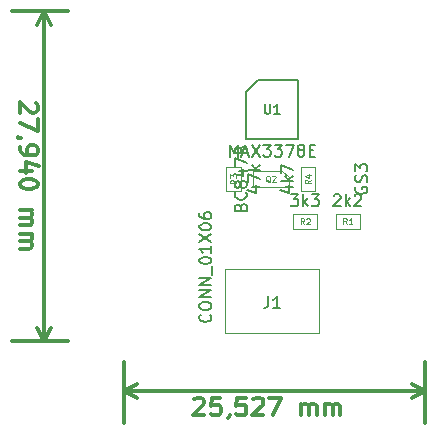
<source format=gbr>
G04 #@! TF.FileFunction,Other,Fab,Top*
%FSLAX46Y46*%
G04 Gerber Fmt 4.6, Leading zero omitted, Abs format (unit mm)*
G04 Created by KiCad (PCBNEW 4.0.6) date 12/07/19 11:03:23*
%MOMM*%
%LPD*%
G01*
G04 APERTURE LIST*
%ADD10C,0.100000*%
%ADD11C,0.300000*%
%ADD12C,0.150000*%
%ADD13C,0.075000*%
G04 APERTURE END LIST*
D10*
D11*
X131433971Y-70493715D02*
X131505400Y-70565144D01*
X131576829Y-70708001D01*
X131576829Y-71065144D01*
X131505400Y-71208001D01*
X131433971Y-71279430D01*
X131291114Y-71350858D01*
X131148257Y-71350858D01*
X130933971Y-71279430D01*
X130076829Y-70422287D01*
X130076829Y-71350858D01*
X131576829Y-71850858D02*
X131576829Y-72850858D01*
X130076829Y-72208001D01*
X130148257Y-73493714D02*
X130076829Y-73493714D01*
X129933971Y-73422286D01*
X129862543Y-73350857D01*
X130076829Y-74208000D02*
X130076829Y-74493715D01*
X130148257Y-74636572D01*
X130219686Y-74708000D01*
X130433971Y-74850858D01*
X130719686Y-74922286D01*
X131291114Y-74922286D01*
X131433971Y-74850858D01*
X131505400Y-74779429D01*
X131576829Y-74636572D01*
X131576829Y-74350858D01*
X131505400Y-74208000D01*
X131433971Y-74136572D01*
X131291114Y-74065143D01*
X130933971Y-74065143D01*
X130791114Y-74136572D01*
X130719686Y-74208000D01*
X130648257Y-74350858D01*
X130648257Y-74636572D01*
X130719686Y-74779429D01*
X130791114Y-74850858D01*
X130933971Y-74922286D01*
X131076829Y-76208000D02*
X130076829Y-76208000D01*
X131648257Y-75850857D02*
X130576829Y-75493714D01*
X130576829Y-76422286D01*
X131576829Y-77279428D02*
X131576829Y-77422285D01*
X131505400Y-77565142D01*
X131433971Y-77636571D01*
X131291114Y-77708000D01*
X131005400Y-77779428D01*
X130648257Y-77779428D01*
X130362543Y-77708000D01*
X130219686Y-77636571D01*
X130148257Y-77565142D01*
X130076829Y-77422285D01*
X130076829Y-77279428D01*
X130148257Y-77136571D01*
X130219686Y-77065142D01*
X130362543Y-76993714D01*
X130648257Y-76922285D01*
X131005400Y-76922285D01*
X131291114Y-76993714D01*
X131433971Y-77065142D01*
X131505400Y-77136571D01*
X131576829Y-77279428D01*
X130076829Y-79565142D02*
X131076829Y-79565142D01*
X130933971Y-79565142D02*
X131005400Y-79636570D01*
X131076829Y-79779428D01*
X131076829Y-79993713D01*
X131005400Y-80136570D01*
X130862543Y-80207999D01*
X130076829Y-80207999D01*
X130862543Y-80207999D02*
X131005400Y-80279428D01*
X131076829Y-80422285D01*
X131076829Y-80636570D01*
X131005400Y-80779428D01*
X130862543Y-80850856D01*
X130076829Y-80850856D01*
X130076829Y-81565142D02*
X131076829Y-81565142D01*
X130933971Y-81565142D02*
X131005400Y-81636570D01*
X131076829Y-81779428D01*
X131076829Y-81993713D01*
X131005400Y-82136570D01*
X130862543Y-82207999D01*
X130076829Y-82207999D01*
X130862543Y-82207999D02*
X131005400Y-82279428D01*
X131076829Y-82422285D01*
X131076829Y-82636570D01*
X131005400Y-82779428D01*
X130862543Y-82850856D01*
X130076829Y-82850856D01*
X132105400Y-62738000D02*
X132105400Y-90678000D01*
X134137400Y-62738000D02*
X129405400Y-62738000D01*
X134137400Y-90678000D02*
X129405400Y-90678000D01*
X132105400Y-90678000D02*
X131518979Y-89551496D01*
X132105400Y-90678000D02*
X132691821Y-89551496D01*
X132105400Y-62738000D02*
X131518979Y-63864504D01*
X132105400Y-62738000D02*
X132691821Y-63864504D01*
X144814115Y-95587429D02*
X144885544Y-95516000D01*
X145028401Y-95444571D01*
X145385544Y-95444571D01*
X145528401Y-95516000D01*
X145599830Y-95587429D01*
X145671258Y-95730286D01*
X145671258Y-95873143D01*
X145599830Y-96087429D01*
X144742687Y-96944571D01*
X145671258Y-96944571D01*
X147028401Y-95444571D02*
X146314115Y-95444571D01*
X146242686Y-96158857D01*
X146314115Y-96087429D01*
X146456972Y-96016000D01*
X146814115Y-96016000D01*
X146956972Y-96087429D01*
X147028401Y-96158857D01*
X147099829Y-96301714D01*
X147099829Y-96658857D01*
X147028401Y-96801714D01*
X146956972Y-96873143D01*
X146814115Y-96944571D01*
X146456972Y-96944571D01*
X146314115Y-96873143D01*
X146242686Y-96801714D01*
X147814114Y-96873143D02*
X147814114Y-96944571D01*
X147742686Y-97087429D01*
X147671257Y-97158857D01*
X149171258Y-95444571D02*
X148456972Y-95444571D01*
X148385543Y-96158857D01*
X148456972Y-96087429D01*
X148599829Y-96016000D01*
X148956972Y-96016000D01*
X149099829Y-96087429D01*
X149171258Y-96158857D01*
X149242686Y-96301714D01*
X149242686Y-96658857D01*
X149171258Y-96801714D01*
X149099829Y-96873143D01*
X148956972Y-96944571D01*
X148599829Y-96944571D01*
X148456972Y-96873143D01*
X148385543Y-96801714D01*
X149814114Y-95587429D02*
X149885543Y-95516000D01*
X150028400Y-95444571D01*
X150385543Y-95444571D01*
X150528400Y-95516000D01*
X150599829Y-95587429D01*
X150671257Y-95730286D01*
X150671257Y-95873143D01*
X150599829Y-96087429D01*
X149742686Y-96944571D01*
X150671257Y-96944571D01*
X151171257Y-95444571D02*
X152171257Y-95444571D01*
X151528400Y-96944571D01*
X153885542Y-96944571D02*
X153885542Y-95944571D01*
X153885542Y-96087429D02*
X153956970Y-96016000D01*
X154099828Y-95944571D01*
X154314113Y-95944571D01*
X154456970Y-96016000D01*
X154528399Y-96158857D01*
X154528399Y-96944571D01*
X154528399Y-96158857D02*
X154599828Y-96016000D01*
X154742685Y-95944571D01*
X154956970Y-95944571D01*
X155099828Y-96016000D01*
X155171256Y-96158857D01*
X155171256Y-96944571D01*
X155885542Y-96944571D02*
X155885542Y-95944571D01*
X155885542Y-96087429D02*
X155956970Y-96016000D01*
X156099828Y-95944571D01*
X156314113Y-95944571D01*
X156456970Y-96016000D01*
X156528399Y-96158857D01*
X156528399Y-96944571D01*
X156528399Y-96158857D02*
X156599828Y-96016000D01*
X156742685Y-95944571D01*
X156956970Y-95944571D01*
X157099828Y-96016000D01*
X157171256Y-96158857D01*
X157171256Y-96944571D01*
X164363400Y-94868999D02*
X138836400Y-94868999D01*
X164363400Y-92456000D02*
X164363400Y-97568999D01*
X138836400Y-92456000D02*
X138836400Y-97568999D01*
X138836400Y-94868999D02*
X139962904Y-94282578D01*
X138836400Y-94868999D02*
X139962904Y-95455420D01*
X164363400Y-94868999D02*
X163236896Y-94282578D01*
X164363400Y-94868999D02*
X163236896Y-95455420D01*
D10*
X152261000Y-76225000D02*
X149811000Y-76225000D01*
X152831000Y-76775000D02*
X152831000Y-77625000D01*
X152261000Y-76225000D02*
X152831000Y-76775000D01*
X152831000Y-77625000D02*
X149791000Y-77625000D01*
X149791000Y-76225000D02*
X149791000Y-77625000D01*
X158811000Y-79905000D02*
X158811000Y-81145000D01*
X156811000Y-79905000D02*
X158811000Y-79905000D01*
X156811000Y-81145000D02*
X156811000Y-79905000D01*
X158811000Y-81145000D02*
X156811000Y-81145000D01*
X155211000Y-79905000D02*
X155211000Y-81145000D01*
X153211000Y-79905000D02*
X155211000Y-79905000D01*
X153211000Y-81145000D02*
X153211000Y-79905000D01*
X155211000Y-81145000D02*
X153211000Y-81145000D01*
X148781000Y-77925000D02*
X147541000Y-77925000D01*
X148781000Y-75925000D02*
X148781000Y-77925000D01*
X147541000Y-75925000D02*
X148781000Y-75925000D01*
X147541000Y-77925000D02*
X147541000Y-75925000D01*
X153841000Y-75925000D02*
X155081000Y-75925000D01*
X153841000Y-77925000D02*
X153841000Y-75925000D01*
X155081000Y-77925000D02*
X153841000Y-77925000D01*
X155081000Y-75925000D02*
X155081000Y-77925000D01*
D12*
X150211000Y-68525000D02*
X153611000Y-68525000D01*
X153611000Y-68525000D02*
X153611000Y-73525000D01*
X153611000Y-73525000D02*
X149211000Y-73525000D01*
X149211000Y-73525000D02*
X149211000Y-69525000D01*
X149211000Y-69525000D02*
X150211000Y-68525000D01*
D10*
X147411000Y-84545000D02*
X147411000Y-89945000D01*
X147411000Y-89945000D02*
X155411000Y-89945000D01*
X155411000Y-84545000D02*
X155411000Y-89945000D01*
X147411000Y-84545000D02*
X155411000Y-84545000D01*
D12*
X158511000Y-77615476D02*
X158463381Y-77710714D01*
X158463381Y-77853571D01*
X158511000Y-77996429D01*
X158606238Y-78091667D01*
X158701476Y-78139286D01*
X158891952Y-78186905D01*
X159034810Y-78186905D01*
X159225286Y-78139286D01*
X159320524Y-78091667D01*
X159415762Y-77996429D01*
X159463381Y-77853571D01*
X159463381Y-77758333D01*
X159415762Y-77615476D01*
X159368143Y-77567857D01*
X159034810Y-77567857D01*
X159034810Y-77758333D01*
X159415762Y-77186905D02*
X159463381Y-77044048D01*
X159463381Y-76805952D01*
X159415762Y-76710714D01*
X159368143Y-76663095D01*
X159272905Y-76615476D01*
X159177667Y-76615476D01*
X159082429Y-76663095D01*
X159034810Y-76710714D01*
X158987190Y-76805952D01*
X158939571Y-76996429D01*
X158891952Y-77091667D01*
X158844333Y-77139286D01*
X158749095Y-77186905D01*
X158653857Y-77186905D01*
X158558619Y-77139286D01*
X158511000Y-77091667D01*
X158463381Y-76996429D01*
X158463381Y-76758333D01*
X158511000Y-76615476D01*
X158463381Y-76282143D02*
X158463381Y-75663095D01*
X158844333Y-75996429D01*
X158844333Y-75853571D01*
X158891952Y-75758333D01*
X158939571Y-75710714D01*
X159034810Y-75663095D01*
X159272905Y-75663095D01*
X159368143Y-75710714D01*
X159415762Y-75758333D01*
X159463381Y-75853571D01*
X159463381Y-76139286D01*
X159415762Y-76234524D01*
X159368143Y-76282143D01*
X148739571Y-79282142D02*
X148787190Y-79139285D01*
X148834810Y-79091666D01*
X148930048Y-79044047D01*
X149072905Y-79044047D01*
X149168143Y-79091666D01*
X149215762Y-79139285D01*
X149263381Y-79234523D01*
X149263381Y-79615476D01*
X148263381Y-79615476D01*
X148263381Y-79282142D01*
X148311000Y-79186904D01*
X148358619Y-79139285D01*
X148453857Y-79091666D01*
X148549095Y-79091666D01*
X148644333Y-79139285D01*
X148691952Y-79186904D01*
X148739571Y-79282142D01*
X148739571Y-79615476D01*
X149168143Y-78044047D02*
X149215762Y-78091666D01*
X149263381Y-78234523D01*
X149263381Y-78329761D01*
X149215762Y-78472619D01*
X149120524Y-78567857D01*
X149025286Y-78615476D01*
X148834810Y-78663095D01*
X148691952Y-78663095D01*
X148501476Y-78615476D01*
X148406238Y-78567857D01*
X148311000Y-78472619D01*
X148263381Y-78329761D01*
X148263381Y-78234523D01*
X148311000Y-78091666D01*
X148358619Y-78044047D01*
X148691952Y-77472619D02*
X148644333Y-77567857D01*
X148596714Y-77615476D01*
X148501476Y-77663095D01*
X148453857Y-77663095D01*
X148358619Y-77615476D01*
X148311000Y-77567857D01*
X148263381Y-77472619D01*
X148263381Y-77282142D01*
X148311000Y-77186904D01*
X148358619Y-77139285D01*
X148453857Y-77091666D01*
X148501476Y-77091666D01*
X148596714Y-77139285D01*
X148644333Y-77186904D01*
X148691952Y-77282142D01*
X148691952Y-77472619D01*
X148739571Y-77567857D01*
X148787190Y-77615476D01*
X148882429Y-77663095D01*
X149072905Y-77663095D01*
X149168143Y-77615476D01*
X149215762Y-77567857D01*
X149263381Y-77472619D01*
X149263381Y-77282142D01*
X149215762Y-77186904D01*
X149168143Y-77139285D01*
X149072905Y-77091666D01*
X148882429Y-77091666D01*
X148787190Y-77139285D01*
X148739571Y-77186904D01*
X148691952Y-77282142D01*
X148596714Y-76234523D02*
X149263381Y-76234523D01*
X148215762Y-76472619D02*
X148930048Y-76710714D01*
X148930048Y-76091666D01*
X148263381Y-75805952D02*
X148263381Y-75139285D01*
X149263381Y-75567857D01*
X148739571Y-74424999D02*
X148787190Y-74282142D01*
X148834810Y-74234523D01*
X148930048Y-74186904D01*
X149072905Y-74186904D01*
X149168143Y-74234523D01*
X149215762Y-74282142D01*
X149263381Y-74377380D01*
X149263381Y-74758333D01*
X148263381Y-74758333D01*
X148263381Y-74424999D01*
X148311000Y-74329761D01*
X148358619Y-74282142D01*
X148453857Y-74234523D01*
X148549095Y-74234523D01*
X148644333Y-74282142D01*
X148691952Y-74329761D01*
X148739571Y-74424999D01*
X148739571Y-74758333D01*
D13*
X151263381Y-77198810D02*
X151215762Y-77175000D01*
X151168143Y-77127381D01*
X151096714Y-77055952D01*
X151049095Y-77032143D01*
X151001476Y-77032143D01*
X151025286Y-77151190D02*
X150977667Y-77127381D01*
X150930048Y-77079762D01*
X150906238Y-76984524D01*
X150906238Y-76817857D01*
X150930048Y-76722619D01*
X150977667Y-76675000D01*
X151025286Y-76651190D01*
X151120524Y-76651190D01*
X151168143Y-76675000D01*
X151215762Y-76722619D01*
X151239571Y-76817857D01*
X151239571Y-76984524D01*
X151215762Y-77079762D01*
X151168143Y-77127381D01*
X151120524Y-77151190D01*
X151025286Y-77151190D01*
X151430048Y-76698810D02*
X151453858Y-76675000D01*
X151501477Y-76651190D01*
X151620524Y-76651190D01*
X151668143Y-76675000D01*
X151691953Y-76698810D01*
X151715762Y-76746429D01*
X151715762Y-76794048D01*
X151691953Y-76865476D01*
X151406239Y-77151190D01*
X151715762Y-77151190D01*
D12*
X156644333Y-78322619D02*
X156691952Y-78275000D01*
X156787190Y-78227381D01*
X157025286Y-78227381D01*
X157120524Y-78275000D01*
X157168143Y-78322619D01*
X157215762Y-78417857D01*
X157215762Y-78513095D01*
X157168143Y-78655952D01*
X156596714Y-79227381D01*
X157215762Y-79227381D01*
X157644333Y-79227381D02*
X157644333Y-78227381D01*
X157739571Y-78846429D02*
X158025286Y-79227381D01*
X158025286Y-78560714D02*
X157644333Y-78941667D01*
X158406238Y-78322619D02*
X158453857Y-78275000D01*
X158549095Y-78227381D01*
X158787191Y-78227381D01*
X158882429Y-78275000D01*
X158930048Y-78322619D01*
X158977667Y-78417857D01*
X158977667Y-78513095D01*
X158930048Y-78655952D01*
X158358619Y-79227381D01*
X158977667Y-79227381D01*
D13*
X157727667Y-80751190D02*
X157561000Y-80513095D01*
X157441953Y-80751190D02*
X157441953Y-80251190D01*
X157632429Y-80251190D01*
X157680048Y-80275000D01*
X157703857Y-80298810D01*
X157727667Y-80346429D01*
X157727667Y-80417857D01*
X157703857Y-80465476D01*
X157680048Y-80489286D01*
X157632429Y-80513095D01*
X157441953Y-80513095D01*
X158203857Y-80751190D02*
X157918143Y-80751190D01*
X158061000Y-80751190D02*
X158061000Y-80251190D01*
X158013381Y-80322619D01*
X157965762Y-80370238D01*
X157918143Y-80394048D01*
D12*
X152996714Y-78227381D02*
X153615762Y-78227381D01*
X153282428Y-78608333D01*
X153425286Y-78608333D01*
X153520524Y-78655952D01*
X153568143Y-78703571D01*
X153615762Y-78798810D01*
X153615762Y-79036905D01*
X153568143Y-79132143D01*
X153520524Y-79179762D01*
X153425286Y-79227381D01*
X153139571Y-79227381D01*
X153044333Y-79179762D01*
X152996714Y-79132143D01*
X154044333Y-79227381D02*
X154044333Y-78227381D01*
X154139571Y-78846429D02*
X154425286Y-79227381D01*
X154425286Y-78560714D02*
X154044333Y-78941667D01*
X154758619Y-78227381D02*
X155377667Y-78227381D01*
X155044333Y-78608333D01*
X155187191Y-78608333D01*
X155282429Y-78655952D01*
X155330048Y-78703571D01*
X155377667Y-78798810D01*
X155377667Y-79036905D01*
X155330048Y-79132143D01*
X155282429Y-79179762D01*
X155187191Y-79227381D01*
X154901476Y-79227381D01*
X154806238Y-79179762D01*
X154758619Y-79132143D01*
D13*
X154127667Y-80751190D02*
X153961000Y-80513095D01*
X153841953Y-80751190D02*
X153841953Y-80251190D01*
X154032429Y-80251190D01*
X154080048Y-80275000D01*
X154103857Y-80298810D01*
X154127667Y-80346429D01*
X154127667Y-80417857D01*
X154103857Y-80465476D01*
X154080048Y-80489286D01*
X154032429Y-80513095D01*
X153841953Y-80513095D01*
X154318143Y-80298810D02*
X154341953Y-80275000D01*
X154389572Y-80251190D01*
X154508619Y-80251190D01*
X154556238Y-80275000D01*
X154580048Y-80298810D01*
X154603857Y-80346429D01*
X154603857Y-80394048D01*
X154580048Y-80465476D01*
X154294334Y-80751190D01*
X154603857Y-80751190D01*
D12*
X149696714Y-77615476D02*
X150363381Y-77615476D01*
X149315762Y-77853572D02*
X150030048Y-78091667D01*
X150030048Y-77472619D01*
X149363381Y-77186905D02*
X149363381Y-76520238D01*
X150363381Y-76948810D01*
X150363381Y-76139286D02*
X149363381Y-76139286D01*
X149982429Y-76044048D02*
X150363381Y-75758333D01*
X149696714Y-75758333D02*
X150077667Y-76139286D01*
D13*
X148387190Y-77008333D02*
X148149095Y-77175000D01*
X148387190Y-77294047D02*
X147887190Y-77294047D01*
X147887190Y-77103571D01*
X147911000Y-77055952D01*
X147934810Y-77032143D01*
X147982429Y-77008333D01*
X148053857Y-77008333D01*
X148101476Y-77032143D01*
X148125286Y-77055952D01*
X148149095Y-77103571D01*
X148149095Y-77294047D01*
X147887190Y-76841666D02*
X147887190Y-76532143D01*
X148077667Y-76698809D01*
X148077667Y-76627381D01*
X148101476Y-76579762D01*
X148125286Y-76555952D01*
X148172905Y-76532143D01*
X148291952Y-76532143D01*
X148339571Y-76555952D01*
X148363381Y-76579762D01*
X148387190Y-76627381D01*
X148387190Y-76770238D01*
X148363381Y-76817857D01*
X148339571Y-76841666D01*
D12*
X152496714Y-77615476D02*
X153163381Y-77615476D01*
X152115762Y-77853572D02*
X152830048Y-78091667D01*
X152830048Y-77472619D01*
X153163381Y-77091667D02*
X152163381Y-77091667D01*
X152782429Y-76996429D02*
X153163381Y-76710714D01*
X152496714Y-76710714D02*
X152877667Y-77091667D01*
X152163381Y-76377381D02*
X152163381Y-75710714D01*
X153163381Y-76139286D01*
D13*
X154687190Y-77008333D02*
X154449095Y-77175000D01*
X154687190Y-77294047D02*
X154187190Y-77294047D01*
X154187190Y-77103571D01*
X154211000Y-77055952D01*
X154234810Y-77032143D01*
X154282429Y-77008333D01*
X154353857Y-77008333D01*
X154401476Y-77032143D01*
X154425286Y-77055952D01*
X154449095Y-77103571D01*
X154449095Y-77294047D01*
X154353857Y-76579762D02*
X154687190Y-76579762D01*
X154163381Y-76698809D02*
X154520524Y-76817857D01*
X154520524Y-76508333D01*
D12*
X147815762Y-75027381D02*
X147815762Y-74027381D01*
X148149096Y-74741667D01*
X148482429Y-74027381D01*
X148482429Y-75027381D01*
X148911000Y-74741667D02*
X149387191Y-74741667D01*
X148815762Y-75027381D02*
X149149095Y-74027381D01*
X149482429Y-75027381D01*
X149720524Y-74027381D02*
X150387191Y-75027381D01*
X150387191Y-74027381D02*
X149720524Y-75027381D01*
X150672905Y-74027381D02*
X151291953Y-74027381D01*
X150958619Y-74408333D01*
X151101477Y-74408333D01*
X151196715Y-74455952D01*
X151244334Y-74503571D01*
X151291953Y-74598810D01*
X151291953Y-74836905D01*
X151244334Y-74932143D01*
X151196715Y-74979762D01*
X151101477Y-75027381D01*
X150815762Y-75027381D01*
X150720524Y-74979762D01*
X150672905Y-74932143D01*
X151625286Y-74027381D02*
X152244334Y-74027381D01*
X151911000Y-74408333D01*
X152053858Y-74408333D01*
X152149096Y-74455952D01*
X152196715Y-74503571D01*
X152244334Y-74598810D01*
X152244334Y-74836905D01*
X152196715Y-74932143D01*
X152149096Y-74979762D01*
X152053858Y-75027381D01*
X151768143Y-75027381D01*
X151672905Y-74979762D01*
X151625286Y-74932143D01*
X152577667Y-74027381D02*
X153244334Y-74027381D01*
X152815762Y-75027381D01*
X153768143Y-74455952D02*
X153672905Y-74408333D01*
X153625286Y-74360714D01*
X153577667Y-74265476D01*
X153577667Y-74217857D01*
X153625286Y-74122619D01*
X153672905Y-74075000D01*
X153768143Y-74027381D01*
X153958620Y-74027381D01*
X154053858Y-74075000D01*
X154101477Y-74122619D01*
X154149096Y-74217857D01*
X154149096Y-74265476D01*
X154101477Y-74360714D01*
X154053858Y-74408333D01*
X153958620Y-74455952D01*
X153768143Y-74455952D01*
X153672905Y-74503571D01*
X153625286Y-74551190D01*
X153577667Y-74646429D01*
X153577667Y-74836905D01*
X153625286Y-74932143D01*
X153672905Y-74979762D01*
X153768143Y-75027381D01*
X153958620Y-75027381D01*
X154053858Y-74979762D01*
X154101477Y-74932143D01*
X154149096Y-74836905D01*
X154149096Y-74646429D01*
X154101477Y-74551190D01*
X154053858Y-74503571D01*
X153958620Y-74455952D01*
X154577667Y-74503571D02*
X154911001Y-74503571D01*
X155053858Y-75027381D02*
X154577667Y-75027381D01*
X154577667Y-74027381D01*
X155053858Y-74027381D01*
X150801476Y-70586905D02*
X150801476Y-71234524D01*
X150839571Y-71310714D01*
X150877667Y-71348810D01*
X150953857Y-71386905D01*
X151106238Y-71386905D01*
X151182429Y-71348810D01*
X151220524Y-71310714D01*
X151258619Y-71234524D01*
X151258619Y-70586905D01*
X152058619Y-71386905D02*
X151601476Y-71386905D01*
X151830047Y-71386905D02*
X151830047Y-70586905D01*
X151753857Y-70701190D01*
X151677666Y-70777381D01*
X151601476Y-70815476D01*
X146168143Y-88398809D02*
X146215762Y-88446428D01*
X146263381Y-88589285D01*
X146263381Y-88684523D01*
X146215762Y-88827381D01*
X146120524Y-88922619D01*
X146025286Y-88970238D01*
X145834810Y-89017857D01*
X145691952Y-89017857D01*
X145501476Y-88970238D01*
X145406238Y-88922619D01*
X145311000Y-88827381D01*
X145263381Y-88684523D01*
X145263381Y-88589285D01*
X145311000Y-88446428D01*
X145358619Y-88398809D01*
X145263381Y-87779762D02*
X145263381Y-87589285D01*
X145311000Y-87494047D01*
X145406238Y-87398809D01*
X145596714Y-87351190D01*
X145930048Y-87351190D01*
X146120524Y-87398809D01*
X146215762Y-87494047D01*
X146263381Y-87589285D01*
X146263381Y-87779762D01*
X146215762Y-87875000D01*
X146120524Y-87970238D01*
X145930048Y-88017857D01*
X145596714Y-88017857D01*
X145406238Y-87970238D01*
X145311000Y-87875000D01*
X145263381Y-87779762D01*
X146263381Y-86922619D02*
X145263381Y-86922619D01*
X146263381Y-86351190D01*
X145263381Y-86351190D01*
X146263381Y-85875000D02*
X145263381Y-85875000D01*
X146263381Y-85303571D01*
X145263381Y-85303571D01*
X146358619Y-85065476D02*
X146358619Y-84303571D01*
X145263381Y-83875000D02*
X145263381Y-83779761D01*
X145311000Y-83684523D01*
X145358619Y-83636904D01*
X145453857Y-83589285D01*
X145644333Y-83541666D01*
X145882429Y-83541666D01*
X146072905Y-83589285D01*
X146168143Y-83636904D01*
X146215762Y-83684523D01*
X146263381Y-83779761D01*
X146263381Y-83875000D01*
X146215762Y-83970238D01*
X146168143Y-84017857D01*
X146072905Y-84065476D01*
X145882429Y-84113095D01*
X145644333Y-84113095D01*
X145453857Y-84065476D01*
X145358619Y-84017857D01*
X145311000Y-83970238D01*
X145263381Y-83875000D01*
X146263381Y-82589285D02*
X146263381Y-83160714D01*
X146263381Y-82875000D02*
X145263381Y-82875000D01*
X145406238Y-82970238D01*
X145501476Y-83065476D01*
X145549095Y-83160714D01*
X145263381Y-82255952D02*
X146263381Y-81589285D01*
X145263381Y-81589285D02*
X146263381Y-82255952D01*
X145263381Y-81017857D02*
X145263381Y-80922618D01*
X145311000Y-80827380D01*
X145358619Y-80779761D01*
X145453857Y-80732142D01*
X145644333Y-80684523D01*
X145882429Y-80684523D01*
X146072905Y-80732142D01*
X146168143Y-80779761D01*
X146215762Y-80827380D01*
X146263381Y-80922618D01*
X146263381Y-81017857D01*
X146215762Y-81113095D01*
X146168143Y-81160714D01*
X146072905Y-81208333D01*
X145882429Y-81255952D01*
X145644333Y-81255952D01*
X145453857Y-81208333D01*
X145358619Y-81160714D01*
X145311000Y-81113095D01*
X145263381Y-81017857D01*
X145263381Y-79827380D02*
X145263381Y-80017857D01*
X145311000Y-80113095D01*
X145358619Y-80160714D01*
X145501476Y-80255952D01*
X145691952Y-80303571D01*
X146072905Y-80303571D01*
X146168143Y-80255952D01*
X146215762Y-80208333D01*
X146263381Y-80113095D01*
X146263381Y-79922618D01*
X146215762Y-79827380D01*
X146168143Y-79779761D01*
X146072905Y-79732142D01*
X145834810Y-79732142D01*
X145739571Y-79779761D01*
X145691952Y-79827380D01*
X145644333Y-79922618D01*
X145644333Y-80113095D01*
X145691952Y-80208333D01*
X145739571Y-80255952D01*
X145834810Y-80303571D01*
X151087667Y-86847381D02*
X151087667Y-87561667D01*
X151040047Y-87704524D01*
X150944809Y-87799762D01*
X150801952Y-87847381D01*
X150706714Y-87847381D01*
X152087667Y-87847381D02*
X151516238Y-87847381D01*
X151801952Y-87847381D02*
X151801952Y-86847381D01*
X151706714Y-86990238D01*
X151611476Y-87085476D01*
X151516238Y-87133095D01*
M02*

</source>
